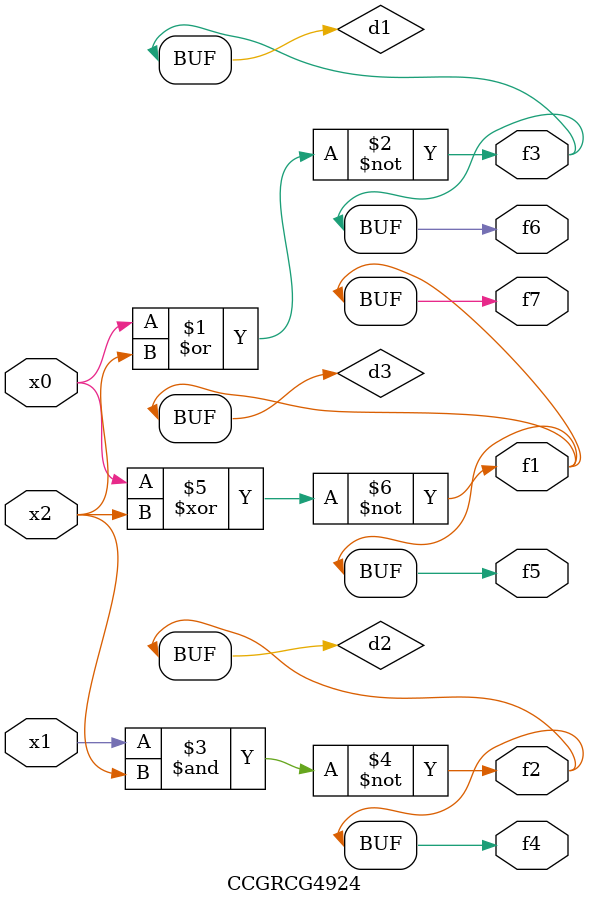
<source format=v>
module CCGRCG4924(
	input x0, x1, x2,
	output f1, f2, f3, f4, f5, f6, f7
);

	wire d1, d2, d3;

	nor (d1, x0, x2);
	nand (d2, x1, x2);
	xnor (d3, x0, x2);
	assign f1 = d3;
	assign f2 = d2;
	assign f3 = d1;
	assign f4 = d2;
	assign f5 = d3;
	assign f6 = d1;
	assign f7 = d3;
endmodule

</source>
